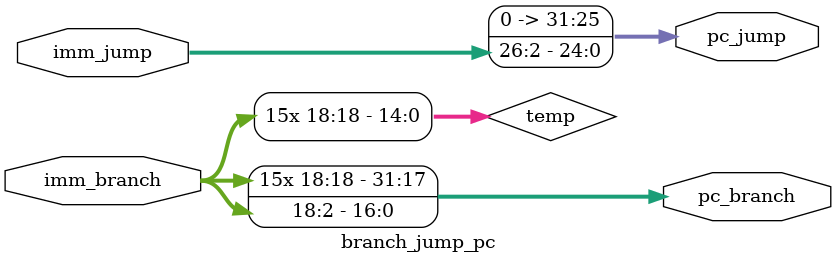
<source format=sv>

/**
	Num extend imm brach and  jump
*/

module branch_jump_pc(
  input  logic [26:0]	imm_jump,
  input	logic [18:0] 	imm_branch,
  output logic [31:0]	pc_jump,
  output	logic [31:0] 	pc_branch 
);
	
	logic [14:0] temp;
	
	assign pc_jump = {7'b0000000,imm_jump[26:2]};
	assign temp = {15{imm_branch[18]}};
	assign pc_branch = {temp, imm_branch[18:2]};
	
endmodule

</source>
